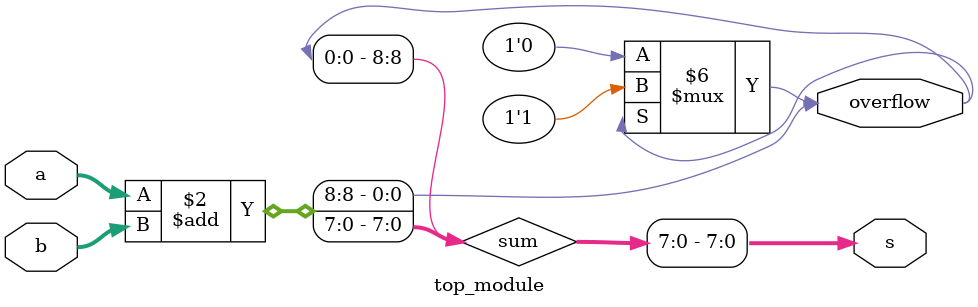
<source format=sv>
module top_module (   input [7:0] a,   input [7:0] b,   output [7:0] s,   output overflow );
  reg [8:0] sum;
  assign s = sum[7:0];
  assign overflow = sum[8];
  
  always @ (a or b) begin
    sum = a + b;
  end
  
  always @ (sum) begin
    if (sum[8] == 1) begin
      overflow = 1;
    end else begin
      overflow = 0;
    end
  end
endmodule

</source>
